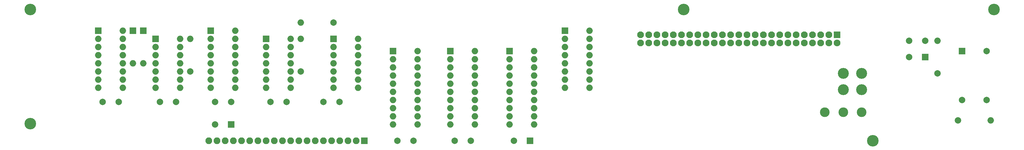
<source format=gbr>
G04 #@! TF.FileFunction,Soldermask,Top*
%FSLAX46Y46*%
G04 Gerber Fmt 4.6, Leading zero omitted, Abs format (unit mm)*
G04 Created by KiCad (PCBNEW 4.0.7) date 05/27/18 19:53:15*
%MOMM*%
%LPD*%
G01*
G04 APERTURE LIST*
%ADD10C,0.100000*%
%ADD11C,2.000000*%
%ADD12R,2.000000X2.000000*%
%ADD13O,2.000000X2.000000*%
%ADD14R,2.100000X2.100000*%
%ADD15O,2.100000X2.100000*%
%ADD16C,2.100000*%
%ADD17C,3.000000*%
%ADD18C,3.400000*%
%ADD19C,3.600000*%
G04 APERTURE END LIST*
D10*
D11*
X87122000Y-149733000D03*
X82122000Y-149733000D03*
X104902000Y-149733000D03*
X99902000Y-149733000D03*
X122047000Y-149733000D03*
X117047000Y-149733000D03*
X139192000Y-149733000D03*
X134192000Y-149733000D03*
X178562000Y-161798000D03*
X173562000Y-161798000D03*
X196342000Y-161798000D03*
X191342000Y-161798000D03*
X337312000Y-130683000D03*
X332312000Y-130683000D03*
X150622000Y-149733000D03*
X155622000Y-149733000D03*
D12*
X208407000Y-133858000D03*
D13*
X216027000Y-156718000D03*
X208407000Y-136398000D03*
X216027000Y-154178000D03*
X208407000Y-138938000D03*
X216027000Y-151638000D03*
X208407000Y-141478000D03*
X216027000Y-149098000D03*
X208407000Y-144018000D03*
X216027000Y-146558000D03*
X208407000Y-146558000D03*
X216027000Y-144018000D03*
X208407000Y-149098000D03*
X216027000Y-141478000D03*
X208407000Y-151638000D03*
X216027000Y-138938000D03*
X208407000Y-154178000D03*
X216027000Y-136398000D03*
X208407000Y-156718000D03*
X216027000Y-133858000D03*
D12*
X189992000Y-133858000D03*
D13*
X197612000Y-156718000D03*
X189992000Y-136398000D03*
X197612000Y-154178000D03*
X189992000Y-138938000D03*
X197612000Y-151638000D03*
X189992000Y-141478000D03*
X197612000Y-149098000D03*
X189992000Y-144018000D03*
X197612000Y-146558000D03*
X189992000Y-146558000D03*
X197612000Y-144018000D03*
X189992000Y-149098000D03*
X197612000Y-141478000D03*
X189992000Y-151638000D03*
X197612000Y-138938000D03*
X189992000Y-154178000D03*
X197612000Y-136398000D03*
X189992000Y-156718000D03*
X197612000Y-133858000D03*
D12*
X172212000Y-133858000D03*
D13*
X179832000Y-156718000D03*
X172212000Y-136398000D03*
X179832000Y-154178000D03*
X172212000Y-138938000D03*
X179832000Y-151638000D03*
X172212000Y-141478000D03*
X179832000Y-149098000D03*
X172212000Y-144018000D03*
X179832000Y-146558000D03*
X172212000Y-146558000D03*
X179832000Y-144018000D03*
X172212000Y-149098000D03*
X179832000Y-141478000D03*
X172212000Y-151638000D03*
X179832000Y-138938000D03*
X172212000Y-154178000D03*
X179832000Y-136398000D03*
X172212000Y-156718000D03*
X179832000Y-133858000D03*
D12*
X80772000Y-127508000D03*
D13*
X88392000Y-145288000D03*
X80772000Y-130048000D03*
X88392000Y-142748000D03*
X80772000Y-132588000D03*
X88392000Y-140208000D03*
X80772000Y-135128000D03*
X88392000Y-137668000D03*
X80772000Y-137668000D03*
X88392000Y-135128000D03*
X80772000Y-140208000D03*
X88392000Y-132588000D03*
X80772000Y-142748000D03*
X88392000Y-130048000D03*
X80772000Y-145288000D03*
X88392000Y-127508000D03*
D12*
X132842000Y-130048000D03*
D13*
X140462000Y-145288000D03*
X132842000Y-132588000D03*
X140462000Y-142748000D03*
X132842000Y-135128000D03*
X140462000Y-140208000D03*
X132842000Y-137668000D03*
X140462000Y-137668000D03*
X132842000Y-140208000D03*
X140462000Y-135128000D03*
X132842000Y-142748000D03*
X140462000Y-132588000D03*
X132842000Y-145288000D03*
X140462000Y-130048000D03*
D12*
X153797000Y-130048000D03*
D13*
X161417000Y-145288000D03*
X153797000Y-132588000D03*
X161417000Y-142748000D03*
X153797000Y-135128000D03*
X161417000Y-140208000D03*
X153797000Y-137668000D03*
X161417000Y-137668000D03*
X153797000Y-140208000D03*
X161417000Y-135128000D03*
X153797000Y-142748000D03*
X161417000Y-132588000D03*
X153797000Y-145288000D03*
X161417000Y-130048000D03*
D12*
X98552000Y-130048000D03*
D13*
X106172000Y-145288000D03*
X98552000Y-132588000D03*
X106172000Y-142748000D03*
X98552000Y-135128000D03*
X106172000Y-140208000D03*
X98552000Y-137668000D03*
X106172000Y-137668000D03*
X98552000Y-140208000D03*
X106172000Y-135128000D03*
X98552000Y-142748000D03*
X106172000Y-132588000D03*
X98552000Y-145288000D03*
X106172000Y-130048000D03*
D12*
X115697000Y-127508000D03*
D13*
X123317000Y-145288000D03*
X115697000Y-130048000D03*
X123317000Y-142748000D03*
X115697000Y-132588000D03*
X123317000Y-140208000D03*
X115697000Y-135128000D03*
X123317000Y-137668000D03*
X115697000Y-137668000D03*
X123317000Y-135128000D03*
X115697000Y-140208000D03*
X123317000Y-132588000D03*
X115697000Y-142748000D03*
X123317000Y-130048000D03*
X115697000Y-145288000D03*
X123317000Y-127508000D03*
D12*
X348742000Y-133858000D03*
D11*
X356362000Y-133858000D03*
X356362000Y-149098000D03*
X348742000Y-149098000D03*
D14*
X163322000Y-161798000D03*
D15*
X160782000Y-161798000D03*
X158242000Y-161798000D03*
X155702000Y-161798000D03*
X153162000Y-161798000D03*
X150622000Y-161798000D03*
X148082000Y-161798000D03*
X145542000Y-161798000D03*
X143002000Y-161798000D03*
X140462000Y-161798000D03*
X137922000Y-161798000D03*
X135382000Y-161798000D03*
X132842000Y-161798000D03*
X130302000Y-161798000D03*
X127762000Y-161798000D03*
X125222000Y-161798000D03*
X122682000Y-161798000D03*
X120142000Y-161798000D03*
X117602000Y-161798000D03*
X115062000Y-161798000D03*
D12*
X225552000Y-127508000D03*
D13*
X233172000Y-145288000D03*
X225552000Y-130048000D03*
X233172000Y-142748000D03*
X225552000Y-132588000D03*
X233172000Y-140208000D03*
X225552000Y-135128000D03*
X233172000Y-137668000D03*
X225552000Y-137668000D03*
X233172000Y-135128000D03*
X225552000Y-140208000D03*
X233172000Y-132588000D03*
X225552000Y-142748000D03*
X233172000Y-130048000D03*
X225552000Y-145288000D03*
X233172000Y-127508000D03*
D14*
X310007000Y-128778000D03*
D16*
X310007000Y-131318000D03*
X307467000Y-128778000D03*
X307467000Y-131318000D03*
X304927000Y-128778000D03*
X304927000Y-131318000D03*
X302387000Y-128778000D03*
X302387000Y-131318000D03*
X299847000Y-128778000D03*
X299847000Y-131318000D03*
X297307000Y-128778000D03*
X297307000Y-131318000D03*
X294767000Y-128778000D03*
X294767000Y-131318000D03*
X292227000Y-128778000D03*
X292227000Y-131318000D03*
X289687000Y-128778000D03*
X289687000Y-131318000D03*
X287147000Y-128778000D03*
X287147000Y-131318000D03*
X284607000Y-128778000D03*
X284607000Y-131318000D03*
X282067000Y-128778000D03*
X282067000Y-131318000D03*
X279527000Y-128778000D03*
X279527000Y-131318000D03*
X276987000Y-128778000D03*
X276987000Y-131318000D03*
X274447000Y-128778000D03*
X274447000Y-131318000D03*
X271907000Y-128778000D03*
X271907000Y-131318000D03*
X269367000Y-128778000D03*
X269367000Y-131318000D03*
X266827000Y-128778000D03*
X266827000Y-131318000D03*
X264287000Y-128778000D03*
X264287000Y-131318000D03*
X261747000Y-128778000D03*
X261747000Y-131318000D03*
X259207000Y-128778000D03*
X259207000Y-131318000D03*
X256667000Y-128778000D03*
X256667000Y-131318000D03*
X254127000Y-128778000D03*
X254127000Y-131318000D03*
X251587000Y-128778000D03*
X251587000Y-131318000D03*
X249047000Y-128778000D03*
X249047000Y-131318000D03*
D12*
X122047000Y-156718000D03*
D11*
X117047000Y-156718000D03*
D12*
X214757000Y-161798000D03*
D11*
X209757000Y-161798000D03*
D12*
X337312000Y-135763000D03*
D11*
X332312000Y-135763000D03*
D12*
X94742000Y-127508000D03*
D13*
X94742000Y-137668000D03*
D11*
X143637000Y-140208000D03*
D13*
X143637000Y-130048000D03*
D11*
X153797000Y-124968000D03*
D13*
X143637000Y-124968000D03*
D11*
X109347000Y-140208000D03*
D13*
X109347000Y-130048000D03*
D11*
X341122000Y-140843000D03*
D13*
X341122000Y-130683000D03*
D11*
X347472000Y-155448000D03*
D13*
X357632000Y-155448000D03*
D12*
X91567000Y-127508000D03*
D13*
X91567000Y-137668000D03*
D17*
X317627000Y-152908000D03*
X306197000Y-152908000D03*
X311912000Y-152908000D03*
D18*
X317627000Y-145923000D03*
X317627000Y-140843000D03*
X311912000Y-145923000D03*
X311912000Y-140843000D03*
D19*
X59690000Y-120904000D03*
X59690000Y-156464000D03*
X321056000Y-161798000D03*
X262382000Y-120904000D03*
X358648000Y-120904000D03*
M02*

</source>
